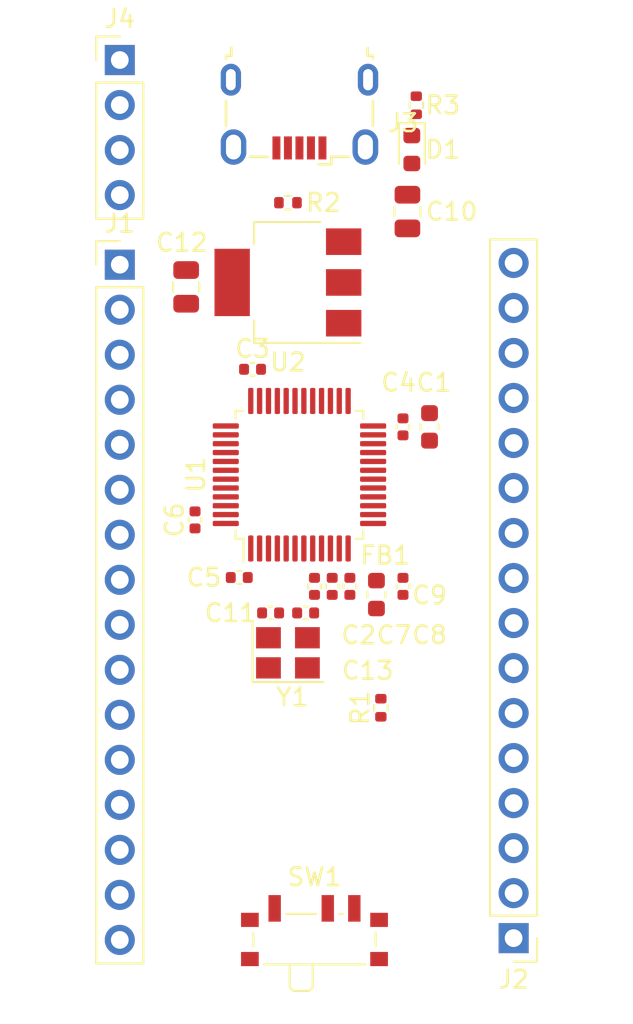
<source format=kicad_pcb>
(kicad_pcb (version 20211014) (generator pcbnew)
  (layers (0 "F.Cu" signal) (31 "B.Cu" power) (34 "B.Paste" user) (35 "F.Paste" user) (36 "B.SilkS" user "B.Silkscreen") (37 "F.SilkS" user "F.Silkscreen") (38 "B.Mask" user) (39 "F.Mask" user) (44 "Edge.Cuts" user))
  (net 0 "")
  (net 1 "+3.3V")
  (net 2 "GND")
  (net 3 "/NRST")
  (net 4 "+3.3VA")
  (net 5 "VBUS")
  (net 6 "XCO_IN")
  (net 7 "XCO_OUT")
  (net 8 "/PWR_LED_CATHODE")
  (net 10 "Net-(J1-Pad2)")
  (net 11 "Net-(J1-Pad3)")
  (net 12 "Net-(J1-Pad4)")
  (net 13 "Net-(J1-Pad5)")
  (net 14 "Net-(J1-Pad6)")
  (net 15 "Net-(J1-Pad7)")
  (net 16 "Net-(J1-Pad8)")
  (net 17 "Net-(J1-Pad9)")
  (net 18 "Net-(J1-Pad10)")
  (net 19 "Net-(J1-Pad11)")
  (net 20 "Net-(J1-Pad12)")
  (net 21 "Net-(J1-Pad13)")
  (net 22 "Net-(J1-Pad14)")
  (net 23 "Net-(J1-Pad15)")
  (net 24 "Net-(J1-Pad16)")
  (net 25 "Net-(J2-Pad1)")
  (net 26 "Net-(J2-Pad2)")
  (net 27 "Net-(J2-Pad3)")
  (net 28 "Net-(J2-Pad4)")
  (net 29 "Net-(J2-Pad5)")
  (net 30 "Net-(J2-Pad6)")
  (net 31 "Net-(J2-Pad7)")
  (net 32 "Net-(J2-Pad8)")
  (net 33 "Net-(J2-Pad9)")
  (net 34 "Net-(J2-Pad10)")
  (net 35 "Net-(J2-Pad11)")
  (net 36 "Net-(J2-Pad12)")
  (net 37 "Net-(J2-Pad13)")
  (net 38 "Net-(J2-Pad14)")
  (net 39 "Net-(J2-Pad15)")
  (net 40 "Net-(J2-Pad16)")
  (net 41 "USB_D-")
  (net 42 "USB_D+")
  (net 45 "SWDIO")
  (net 46 "SWCLK")
  (net 47 "/SW_BOOT0")
  (net 48 "/BOOT0")
  (footprint "Capacitor_SMD:C_0603_1608Metric" (layer "F.Cu") (at 159.75 68.65 -90)
    (fp_text reference "C1" (at -2.5 -0.25 180) (layer "F.SilkS"))
    (fp_text value "10u")
    (fp_line (start -0.14058 0.51) (end 0.14058 0.51) (layer "F.SilkS") (width 0.12))
    (fp_line (start -0.14058 -0.51) (end 0.14058 -0.51) (layer "F.SilkS") (width 0.12))
    (pad "1" smd roundrect (at -0.775 0 270) (size 0.9 0.95) (layers "F.Cu" "F.Paste" "F.Mask") (net 1 "+3.3V"))
    (pad "2" smd roundrect (at 0.775 0 270) (size 0.9 0.95) (layers "F.Cu" "F.Paste" "F.Mask") (net 2 "GND"))
  )
  (footprint "Capacitor_SMD:C_0402_1005Metric" (layer "F.Cu") (at 153.25 77.65 -90)
    (fp_text reference "C2" (at 2.75 -2.5 180) (layer "F.SilkS"))
    (fp_text value "100n")
    (fp_line (start -0.107836 0.36) (end 0.107836 0.36) (layer "F.SilkS") (width 0.12))
    (fp_line (start -0.107836 -0.36) (end 0.107836 -0.36) (layer "F.SilkS") (width 0.12))
    (pad "1" smd roundrect (at -0.48 0 270) (size 0.56 0.62) (layers "F.Cu" "F.Paste" "F.Mask") (net 3 "/NRST"))
    (pad "2" smd roundrect (at 0.48 0 270) (size 0.56 0.62) (layers "F.Cu" "F.Paste" "F.Mask") (net 2 "GND"))
  )
  (footprint "Package_TO_SOT_SMD:SOT-223-3_TabPin2" (layer "F.Cu") (at 151.75 60.5 180)
    (fp_text reference "U2" (at 0 -4.5) (layer "F.SilkS"))
    (fp_text value "AMS1117-3.3")
    (fp_line (start 1.91 3.41) (end 1.91 2.15) (layer "F.SilkS") (width 0.12))
    (fp_line (start -1.85 3.41) (end 1.91 3.41) (layer "F.SilkS") (width 0.12))
    (fp_line (start 1.91 -3.41) (end 1.91 -2.15) (layer "F.SilkS") (width 0.12))
    (fp_line (start -4.1 -3.41) (end 1.91 -3.41) (layer "F.SilkS") (width 0.12))
    (pad "1" smd rect (at -3.15 -2.3 180) (size 2 1.5) (layers "F.Cu" "F.Paste" "F.Mask") (net 2 "GND"))
    (pad "2" smd rect (at -3.15 0 180) (size 2 1.5) (layers "F.Cu" "F.Paste" "F.Mask") (net 1 "+3.3V"))
    (pad "2" smd rect (at 3.15 0 180) (size 2 3.8) (layers "F.Cu" "F.Paste" "F.Mask") (net 1 "+3.3V"))
    (pad "3" smd rect (at -3.15 2.3 180) (size 2 1.5) (layers "F.Cu" "F.Paste" "F.Mask") (net 5 "VBUS"))
  )
  (footprint "Resistor_SMD:R_0402_1005Metric" (layer "F.Cu") (at 157 84.5 90)
    (fp_text reference "R1" (at 0 -1.17 90) (layer "F.SilkS"))
    (fp_text value "10k")
    (fp_line (start -0.153641 0.38) (end 0.153641 0.38) (layer "F.SilkS") (width 0.12))
    (fp_line (start -0.153641 -0.38) (end 0.153641 -0.38) (layer "F.SilkS") (width 0.12))
    (pad "1" smd roundrect (at -0.51 0 90) (size 0.54 0.64) (layers "F.Cu" "F.Paste" "F.Mask") (net 47 "/SW_BOOT0"))
    (pad "2" smd roundrect (at 0.51 0 90) (size 0.54 0.64) (layers "F.Cu" "F.Paste" "F.Mask") (net 48 "/BOOT0"))
  )
  (footprint "Crystal:Crystal_SMD_3225-4Pin_3.2x2.5mm" (layer "F.Cu") (at 151.75 81.4)
    (fp_text reference "Y1" (at 0.25 2.5) (layer "F.SilkS"))
    (fp_text value "16MHz")
    (fp_line (start -2 -1.65) (end -2 1.65) (layer "F.SilkS") (width 0.12))
    (fp_line (start -2 1.65) (end 2 1.65) (layer "F.SilkS") (width 0.12))
    (pad "1" smd rect (at -1.1 0.85) (size 1.4 1.2) (layers "F.Cu" "F.Paste" "F.Mask") (net 6 "XCO_IN"))
    (pad "2" smd rect (at 1.1 0.85) (size 1.4 1.2) (layers "F.Cu" "F.Paste" "F.Mask") (net 2 "GND"))
    (pad "3" smd rect (at 1.1 -0.85) (size 1.4 1.2) (layers "F.Cu" "F.Paste" "F.Mask") (net 7 "XCO_OUT"))
    (pad "4" smd rect (at -1.1 -0.85) (size 1.4 1.2) (layers "F.Cu" "F.Paste" "F.Mask") (net 2 "GND"))
  )
  (footprint "Capacitor_SMD:C_0805_2012Metric" (layer "F.Cu") (at 146 60.75 -90)
    (fp_text reference "C12" (at -2.5 0.25 180) (layer "F.SilkS"))
    (fp_text value "22u")
    (fp_line (start -0.261252 0.735) (end 0.261252 0.735) (layer "F.SilkS") (width 0.12))
    (fp_line (start -0.261252 -0.735) (end 0.261252 -0.735) (layer "F.SilkS") (width 0.12))
    (pad "1" smd roundrect (at -0.95 0 270) (size 1 1.45) (layers "F.Cu" "F.Paste" "F.Mask") (net 1 "+3.3V"))
    (pad "2" smd roundrect (at 0.95 0 270) (size 1 1.45) (layers "F.Cu" "F.Paste" "F.Mask") (net 2 "GND"))
  )
  (footprint "Capacitor_SMD:C_0402_1005Metric" (layer "F.Cu") (at 146.5 73.9 90)
    (fp_text reference "C6" (at 0 -1.16 90) (layer "F.SilkS"))
    (fp_text value "100n")
    (fp_line (start -0.107836 0.36) (end 0.107836 0.36) (layer "F.SilkS") (width 0.12))
    (fp_line (start -0.107836 -0.36) (end 0.107836 -0.36) (layer "F.SilkS") (width 0.12))
    (pad "1" smd roundrect (at -0.48 0 90) (size 0.56 0.62) (layers "F.Cu" "F.Paste" "F.Mask") (net 1 "+3.3V"))
    (pad "2" smd roundrect (at 0.48 0 90) (size 0.56 0.62) (layers "F.Cu" "F.Paste" "F.Mask") (net 2 "GND"))
  )
  (footprint "Resistor_SMD:R_0402_1005Metric" (layer "F.Cu") (at 151.75 56)
    (fp_text reference "R2" (at 2 0) (layer "F.SilkS"))
    (fp_text value "1k5")
    (fp_line (start -0.153641 0.38) (end 0.153641 0.38) (layer "F.SilkS") (width 0.12))
    (fp_line (start -0.153641 -0.38) (end 0.153641 -0.38) (layer "F.SilkS") (width 0.12))
    (pad "1" smd roundrect (at -0.51 0) (size 0.54 0.64) (layers "F.Cu" "F.Paste" "F.Mask") (net 1 "+3.3V"))
    (pad "2" smd roundrect (at 0.51 0) (size 0.54 0.64) (layers "F.Cu" "F.Paste" "F.Mask") (net 42 "USB_D+"))
  )
  (footprint "Connector_USB:USB_Micro-B_Wuerth_629105150521" (layer "F.Cu") (at 152.4 51.01 180)
    (fp_text reference "J3" (at -5.85 -0.49) (layer "F.SilkS"))
    (fp_text value "USB_B_Micro")
    (fp_line (start -1.8 -2.825) (end -1.8 -2.4) (layer "F.SilkS") (width 0.15))
    (fp_line (start -1.8 -2.4) (end -2.8 -2.4) (layer "F.SilkS") (width 0.15))
    (fp_line (start 4.15 3.3) (end 4.15 3.15) (layer "F.SilkS") (width 0.15))
    (fp_line (start -4.15 -0.65) (end -4.15 0.75) (layer "F.SilkS") (width 0.15))
    (fp_line (start 1.8 -2.4) (end 2.8 -2.4) (layer "F.SilkS") (width 0.15))
    (fp_line (start 3.85 3.75) (end 3.85 3.3) (layer "F.SilkS") (width 0.15))
    (fp_line (start -4.15 3.15) (end -4.15 3.3) (layer "F.SilkS") (width 0.15))
    (fp_line (start 4.15 0.75) (end 4.15 -0.65) (layer "F.SilkS") (width 0.15))
    (fp_line (start -1.075 -2.825) (end -1.8 -2.825) (layer "F.SilkS") (width 0.15))
    (fp_line (start -3.85 3.3) (end -3.85 3.75) (layer "F.SilkS") (width 0.15))
    (fp_line (start -4.15 3.3) (end -3.85 3.3) (layer "F.SilkS") (width 0.15))
    (fp_line (start 3.85 3.3) (end 4.15 3.3) (layer "F.SilkS") (width 0.15))
    (pad "" np_thru_hole oval (at -2.5 -0.8 180) (size 0.8 0.8) (drill 0.8) (layers *.Cu *.Mask))
    (pad "" np_thru_hole oval (at 2.5 -0.8 180) (size 0.8 0.8) (drill 0.8) (layers *.Cu *.Mask))
    (pad "1" smd rect (at -1.3 -1.9 180) (size 0.45 1.3) (layers "F.Cu" "F.Paste" "F.Mask") (net 5 "VBUS"))
    (pad "2" smd rect (at -0.65 -1.9 180) (size 0.45 1.3) (layers "F.Cu" "F.Paste" "F.Mask") (net 41 "USB_D-"))
    (pad "3" smd rect (at 0 -1.9 180) (size 0.45 1.3) (layers "F.Cu" "F.Paste" "F.Mask") (net 42 "USB_D+"))
    (pad "4" smd rect (at 0.65 -1.9 180) (size 0.45 1.3) (layers "F.Cu" "F.Paste" "F.Mask"))
    (pad "5" smd rect (at 1.3 -1.9 180) (size 0.45 1.3) (layers "F.Cu" "F.Paste" "F.Mask") (net 2 "GND"))
    (pad "6" thru_hole oval (at 3.725 -1.85 180) (size 1.45 2) (drill oval 0.85 1.4) (layers *.Cu *.Mask))
    (pad "6" thru_hole oval (at 3.875 1.95 180) (size 1.15 1.8) (drill oval 0.55 1.2) (layers *.Cu *.Mask))
    (pad "6" thru_hole oval (at -3.725 -1.85 180) (size 1.45 2) (drill oval 0.85 1.4) (layers *.Cu *.Mask))
    (pad "6" thru_hole oval (at -3.875 1.95 180) (size 1.15 1.8) (drill oval 0.55 1.2) (layers *.Cu *.Mask))
  )
  (footprint "Capacitor_SMD:C_0402_1005Metric" (layer "F.Cu") (at 149.75 65.4)
    (fp_text reference "C3" (at 0 -1.16) (layer "F.SilkS"))
    (fp_text value "100n")
    (fp_line (start -0.107836 -0.36) (end 0.107836 -0.36) (layer "F.SilkS") (width 0.12))
    (fp_line (start -0.107836 0.36) (end 0.107836 0.36) (layer "F.SilkS") (width 0.12))
    (pad "1" smd roundrect (at -0.48 0) (size 0.56 0.62) (layers "F.Cu" "F.Paste" "F.Mask") (net 1 "+3.3V"))
    (pad "2" smd roundrect (at 0.48 0) (size 0.56 0.62) (layers "F.Cu" "F.Paste" "F.Mask") (net 2 "GND"))
  )
  (footprint "Capacitor_SMD:C_0402_1005Metric" (layer "F.Cu") (at 152.75 79.15)
    (fp_text reference "C13" (at 3.5 3.25) (layer "F.SilkS"))
    (fp_text value "10p")
    (fp_line (start -0.107836 0.36) (end 0.107836 0.36) (layer "F.SilkS") (width 0.12))
    (fp_line (start -0.107836 -0.36) (end 0.107836 -0.36) (layer "F.SilkS") (width 0.12))
    (pad "1" smd roundrect (at -0.48 0) (size 0.56 0.62) (layers "F.Cu" "F.Paste" "F.Mask") (net 7 "XCO_OUT"))
    (pad "2" smd roundrect (at 0.48 0) (size 0.56 0.62) (layers "F.Cu" "F.Paste" "F.Mask") (net 2 "GND"))
  )
  (footprint "Connector_PinHeader_2.54mm:PinHeader_1x16_P2.54mm_Vertical" (layer "F.Cu") (at 142.25 59.5)
    (fp_text reference "J1" (at 0 -2.33) (layer "F.SilkS"))
    (fp_text value "Conn_01x16_Male")
    (fp_line (start -1.33 39.43) (end 1.33 39.43) (layer "F.SilkS") (width 0.12))
    (fp_line (start -1.33 -1.33) (end 0 -1.33) (layer "F.SilkS") (width 0.12))
    (fp_line (start -1.33 0) (end -1.33 -1.33) (layer "F.SilkS") (width 0.12))
    (fp_line (start -1.33 1.27) (end 1.33 1.27) (layer "F.SilkS") (width 0.12))
    (fp_line (start 1.33 1.27) (end 1.33 39.43) (layer "F.SilkS") (width 0.12))
    (fp_line (start -1.33 1.27) (end -1.33 39.43) (layer "F.SilkS") (width 0.12))
    (pad "1" thru_hole rect (at 0 0) (size 1.7 1.7) (drill 1) (layers *.Cu *.Mask))
    (pad "2" thru_hole oval (at 0 2.54) (size 1.7 1.7) (drill 1) (layers *.Cu *.Mask) (net 10 "Net-(J1-Pad2)"))
    (pad "3" thru_hole oval (at 0 5.08) (size 1.7 1.7) (drill 1) (layers *.Cu *.Mask) (net 11 "Net-(J1-Pad3)"))
    (pad "4" thru_hole oval (at 0 7.62) (size 1.7 1.7) (drill 1) (layers *.Cu *.Mask) (net 12 "Net-(J1-Pad4)"))
    (pad "5" thru_hole oval (at 0 10.16) (size 1.7 1.7) (drill 1) (layers *.Cu *.Mask) (net 13 "Net-(J1-Pad5)"))
    (pad "6" thru_hole oval (at 0 12.7) (size 1.7 1.7) (drill 1) (layers *.Cu *.Mask) (net 14 "Net-(J1-Pad6)"))
    (pad "7" thru_hole oval (at 0 15.24) (size 1.7 1.7) (drill 1) (layers *.Cu *.Mask) (net 15 "Net-(J1-Pad7)"))
    (pad "8" thru_hole oval (at 0 17.78) (size 1.7 1.7) (drill 1) (layers *.Cu *.Mask) (net 16 "Net-(J1-Pad8)"))
    (pad "9" thru_hole oval (at 0 20.32) (size 1.7 1.7) (drill 1) (layers *.Cu *.Mask) (net 17 "Net-(J1-Pad9)"))
    (pad "10" thru_hole oval (at 0 22.86) (size 1.7 1.7) (drill 1) (layers *.Cu *.Mask) (net 18 "Net-(J1-Pad10)"))
    (pad "11" thru_hole oval (at 0 25.4) (size 1.7 1.7) (drill 1) (layers *.Cu *.Mask) (net 19 "Net-(J1-Pad11)"))
    (pad "12" thru_hole oval (at 0 27.94) (size 1.7 1.7) (drill 1) (layers *.Cu *.Mask) (net 20 "Net-(J1-Pad12)"))
    (pad "13" thru_hole oval (at 0 30.48) (size 1.7 1.7) (drill 1) (layers *.Cu *.Mask) (net 21 "Net-(J1-Pad13)"))
    (pad "14" thru_hole oval (at 0 33.02) (size 1.7 1.7) (drill 1) (layers *.Cu *.Mask) (net 22 "Net-(J1-Pad14)"))
    (pad "15" thru_hole oval (at 0 35.56) (size 1.7 1.7) (drill 1) (layers *.Cu *.Mask) (net 23 "Net-(J1-Pad15)"))
    (pad "16" thru_hole oval (at 0 38.1) (size 1.7 1.7) (drill 1) (layers *.Cu *.Mask) (net 24 "Net-(J1-Pad16)"))
  )
  (footprint "LED_SMD:LED_0603_1608Metric" (layer "F.Cu") (at 158.75 53 -90)
    (fp_text reference "D1" (at 0 -1.75 180) (layer "F.SilkS"))
    (fp_text value "LED")
    (fp_line (start -1.485 -0.735) (end -1.485 0.735) (layer "F.SilkS") (width 0.12))
    (fp_line (start 0.8 -0.735) (end -1.485 -0.735) (layer "F.SilkS") (width 0.12))
    (fp_line (start -1.485 0.735) (end 0.8 0.735) (layer "F.SilkS") (width 0.12))
    (pad "1" smd roundrect (at -0.7875 0 270) (size 0.875 0.95) (layers "F.Cu" "F.Paste" "F.Mask") (net 8 "/PWR_LED_CATHODE"))
    (pad "2" smd roundrect (at 0.7875 0 270) (size 0.875 0.95) (layers "F.Cu" "F.Paste" "F.Mask") (net 1 "+3.3V"))
  )
  (footprint "Capacitor_SMD:C_0805_2012Metric" (layer "F.Cu") (at 158.5 56.5 -90)
    (fp_text reference "C10" (at 0 -2.5) (layer "F.SilkS"))
    (fp_text value "22u")
    (fp_line (start -0.261252 0.735) (end 0.261252 0.735) (layer "F.SilkS") (width 0.12))
    (fp_line (start -0.261252 -0.735) (end 0.261252 -0.735) (layer "F.SilkS") (width 0.12))
    (pad "1" smd roundrect (at -0.95 0 270) (size 1 1.45) (layers "F.Cu" "F.Paste" "F.Mask") (net 5 "VBUS"))
    (pad "2" smd roundrect (at 0.95 0 270) (size 1 1.45) (layers "F.Cu" "F.Paste" "F.Mask") (net 2 "GND"))
  )
  (footprint "Capacitor_SMD:C_0402_1005Metric" (layer "F.Cu") (at 158.25 68.65 -90)
    (fp_text reference "C4" (at -2.5 0.25 180) (layer "F.SilkS"))
    (fp_text value "100n")
    (fp_line (start -0.107836 -0.36) (end 0.107836 -0.36) (layer "F.SilkS") (width 0.12))
    (fp_line (start -0.107836 0.36) (end 0.107836 0.36) (layer "F.SilkS") (width 0.12))
    (pad "1" smd roundrect (at -0.48 0 270) (size 0.56 0.62) (layers "F.Cu" "F.Paste" "F.Mask") (net 1 "+3.3V"))
    (pad "2" smd roundrect (at 0.48 0 270) (size 0.56 0.62) (layers "F.Cu" "F.Paste" "F.Mask") (net 2 "GND"))
  )
  (footprint "Inductor_SMD:L_0603_1608Metric" (layer "F.Cu") (at 156.75 78.1125 -90)
    (fp_text reference "FB1" (at -2.2125 -0.5 180) (layer "F.SilkS"))
    (fp_text value "FerriteBead")
    (fp_line (start -0.162779 -0.51) (end 0.162779 -0.51) (layer "F.SilkS") (width 0.12))
    (fp_line (start -0.162779 0.51) (end 0.162779 0.51) (layer "F.SilkS") (width 0.12))
    (pad "1" smd roundrect (at -0.7875 0 270) (size 0.875 0.95) (layers "F.Cu" "F.Paste" "F.Mask") (net 4 "+3.3VA"))
    (pad "2" smd roundrect (at 0.7875 0 270) (size 0.875 0.95) (layers "F.Cu" "F.Paste" "F.Mask") (net 1 "+3.3V"))
  )
  (footprint "Resistor_SMD:R_0402_1005Metric" (layer "F.Cu") (at 159 50.5 -90)
    (fp_text reference "R3" (at 0 -1.5 180) (layer "F.SilkS"))
    (fp_text value "1k5")
    (fp_line (start -0.153641 -0.38) (end 0.153641 -0.38) (layer "F.SilkS") (width 0.12))
    (fp_line (start -0.153641 0.38) (end 0.153641 0.38) (layer "F.SilkS") (width 0.12))
    (pad "1" smd roundrect (at -0.51 0 270) (size 0.54 0.64) (layers "F.Cu" "F.Paste" "F.Mask") (net 2 "GND"))
    (pad "2" smd roundrect (at 0.51 0 270) (size 0.54 0.64) (layers "F.Cu" "F.Paste" "F.Mask") (net 8 "/PWR_LED_CATHODE"))
  )
  (footprint "Capacitor_SMD:C_0402_1005Metric" (layer "F.Cu") (at 158.25 77.65 90)
    (fp_text reference "C9" (at -0.5 1.5 180) (layer "F.SilkS"))
    (fp_text value "1u")
    (fp_line (start -0.107836 0.36) (end 0.107836 0.36) (layer "F.SilkS") (width 0.12))
    (fp_line (start -0.107836 -0.36) (end 0.107836 -0.36) (layer "F.SilkS") (width 0.12))
    (pad "1" smd roundrect (at -0.48 0 90) (size 0.56 0.62) (layers "F.Cu" "F.Paste" "F.Mask") (net 1 "+3.3V"))
    (pad "2" smd roundrect (at 0.48 0 90) (size 0.56 0.62) (layers "F.Cu" "F.Paste" "F.Mask") (net 2 "GND"))
  )
  (footprint "Connector_PinHeader_2.54mm:PinHeader_1x16_P2.54mm_Vertical" (layer "F.Cu") (at 164.5 97.5 180)
    (fp_text reference "J2" (at 0 -2.33) (layer "F.SilkS"))
    (fp_text value "Conn_01x16_Male")
    (fp_line (start -1.33 -1.33) (end 0 -1.33) (layer "F.SilkS") (width 0.12))
    (fp_line (start -1.33 39.43) (end 1.33 39.43) (layer "F.SilkS") (width 0.12))
    (fp_line (start -1.33 1.27) (end 1.33 1.27) (layer "F.SilkS") (width 0.12))
    (fp_line (start -1.33 0) (end -1.33 -1.33) (layer "F.SilkS") (width 0.12))
    (fp_line (start 1.33 1.27) (end 1.33 39.43) (layer "F.SilkS") (width 0.12))
    (fp_line (start -1.33 1.27) (end -1.33 39.43) (layer "F.SilkS") (width 0.12))
    (pad "1" thru_hole rect (at 0 0 180) (size 1.7 1.7) (drill 1) (layers *.Cu *.Mask) (net 25 "Net-(J2-Pad1)"))
    (pad "2" thru_hole oval (at 0 2.54 180) (size 1.7 1.7) (drill 1) (layers *.Cu *.Mask) (net 26 "Net-(J2-Pad2)"))
    (pad "3" thru_hole oval (at 0 5.08 180) (size 1.7 1.7) (drill 1) (layers *.Cu *.Mask) (net 27 "Net-(J2-Pad3)"))
    (pad "4" thru_hole oval (at 0 7.62 180) (size 1.7 1.7) (drill 1) (layers *.Cu *.Mask) (net 28 "Net-(J2-Pad4)"))
    (pad "5" thru_hole oval (at 0 10.16 180) (size 1.7 1.7) (drill 1) (layers *.Cu *.Mask) (net 29 "Net-(J2-Pad5)"))
    (pad "6" thru_hole oval (at 0 12.7 180) (size 1.7 1.7) (drill 1) (layers *.Cu *.Mask) (net 30 "Net-(J2-Pad6)"))
    (pad "7" thru_hole oval (at 0 15.24 180) (size 1.7 1.7) (drill 1) (layers *.Cu *.Mask) (net 31 "Net-(J2-Pad7)"))
    (pad "8" thru_hole oval (at 0 17.78 180) (size 1.7 1.7) (drill 1) (layers *.Cu *.Mask) (net 32 "Net-(J2-Pad8)"))
    (pad "9" thru_hole oval (at 0 20.32 180) (size 1.7 1.7) (drill 1) (layers *.Cu *.Mask) (net 33 "Net-(J2-Pad9)"))
    (pad "10" thru_hole oval (at 0 22.86 180) (size 1.7 1.7) (drill 1) (layers *.Cu *.Mask) (net 34 "Net-(J2-Pad10)"))
    (pad "11" thru_hole oval (at 0 25.4 180) (size 1.7 1.7) (drill 1) (layers *.Cu *.Mask) (net 35 "Net-(J2-Pad11)"))
    (pad "12" thru_hole oval (at 0 27.94 180) (size 1.7 1.7) (drill 1) (layers *.Cu *.Mask) (net 36 "Net-(J2-Pad12)"))
    (pad "13" thru_hole oval (at 0 30.48 180) (size 1.7 1.7) (drill 1) (layers *.Cu *.Mask) (net 37 "Net-(J2-Pad13)"))
    (pad "14" thru_hole oval (at 0 33.02 180) (size 1.7 1.7) (drill 1) (layers *.Cu *.Mask) (net 38 "Net-(J2-Pad14)"))
    (pad "15" thru_hole oval (at 0 35.56 180) (size 1.7 1.7) (drill 1) (layers *.Cu *.Mask) (net 39 "Net-(J2-Pad15)"))
    (pad "16" thru_hole oval (at 0 38.1 180) (size 1.7 1.7) (drill 1) (layers *.Cu *.Mask) (net 40 "Net-(J2-Pad16)"))
  )
  (footprint "Capacitor_SMD:C_0402_1005Metric" (layer "F.Cu") (at 155.25 77.65 -90)
    (fp_text reference "C8" (at 2.75 -4.5 180) (layer "F.SilkS"))
    (fp_text value "1u")
    (fp_line (start -0.107836 0.36) (end 0.107836 0.36) (layer "F.SilkS") (width 0.12))
    (fp_line (start -0.107836 -0.36) (end 0.107836 -0.36) (layer "F.SilkS") (width 0.12))
    (pad "1" smd roundrect (at -0.48 0 270) (size 0.56 0.62) (layers "F.Cu" "F.Paste" "F.Mask") (net 4 "+3.3VA"))
    (pad "2" smd roundrect (at 0.48 0 270) (size 0.56 0.62) (layers "F.Cu" "F.Paste" "F.Mask") (net 2 "GND"))
  )
  (footprint "Button_Switch_SMD:SW_SPDT_PCM12" (layer "F.Cu") (at 153.25 97.25)
    (fp_text reference "SW1" (at 0 -3.2) (layer "F.SilkS"))
    (fp_text value "SW_SPDT")
    (fp_line (start 1.4 -1.12) (end 1.6 -1.12) (layer "F.SilkS") (width 0.12))
    (fp_line (start 3.45 0.72) (end 3.45 -0.07) (layer "F.SilkS") (width 0.12))
    (fp_line (start -1.4 1.73) (end -1.4 3.02) (layer "F.SilkS") (width 0.12))
    (fp_line (start -1.4 3.02) (end -1.2 3.23) (layer "F.SilkS") (width 0.12))
    (fp_line (start -2.85 1.73) (end 2.85 1.73) (layer "F.SilkS") (width 0.12))
    (fp_line (start -1.2 3.23) (end -0.3 3.23) (layer "F.SilkS") (width 0.12))
    (fp_line (start -3.45 -0.07) (end -3.45 0.72) (layer "F.SilkS") (width 0.12))
    (fp_line (start -1.6 -1.12) (end 0.1 -1.12) (layer "F.SilkS") (width 0.12))
    (fp_line (start -0.1 3.02) (end -0.3 3.23) (layer "F.SilkS") (width 0.12))
    (fp_line (start -0.1 3.02) (end -0.1 1.73) (layer "F.SilkS") (width 0.12))
    (pad "" smd rect (at 3.65 1.43) (size 1 0.8) (layers "F.Cu" "F.Paste" "F.Mask"))
    (pad "" smd rect (at -3.65 1.43) (size 1 0.8) (layers "F.Cu" "F.Paste" "F.Mask"))
    (pad "" np_thru_hole circle (at 1.5 0.33) (size 0.9 0.9) (drill 0.9) (layers *.Cu *.Mask))
    (pad "" np_thru_hole circle (at -1.5 0.33) (size 0.9 0.9) (drill 0.9) (layers *.Cu *.Mask))
    (pad "" smd rect (at 3.65 -0.78) (size 1 0.8) (layers "F.Cu" "F.Paste" "F.Mask"))
    (pad "" smd rect (at -3.65 -0.78) (size 1 0.8) (layers "F.Cu" "F.Paste" "F.Mask"))
    (pad "1" smd rect (at -2.25 -1.43) (size 0.7 1.5) (layers "F.Cu" "F.Paste" "F.Mask") (net 2 "GND"))
    (pad "2" smd rect (at 0.75 -1.43) (size 0.7 1.5) (layers "F.Cu" "F.Paste" "F.Mask") (net 47 "/SW_BOOT0"))
    (pad "3" smd rect (at 2.25 -1.43) (size 0.7 1.5) (layers "F.Cu" "F.Paste" "F.Mask") (net 1 "+3.3V"))
  )
  (footprint "Capacitor_SMD:C_0402_1005Metric" (layer "F.Cu") (at 149 77.15 180)
    (fp_text reference "C5" (at 2 0) (layer "F.SilkS"))
    (fp_text value "100n")
    (fp_line (start -0.107836 -0.36) (end 0.107836 -0.36) (layer "F.SilkS") (width 0.12))
    (fp_line (start -0.107836 0.36) (end 0.107836 0.36) (layer "F.SilkS") (width 0.12))
    (pad "1" smd roundrect (at -0.48 0 180) (size 0.56 0.62) (layers "F.Cu" "F.Paste" "F.Mask") (net 1 "+3.3V"))
    (pad "2" smd roundrect (at 0.48 0 180) (size 0.56 0.62) (layers "F.Cu" "F.Paste" "F.Mask") (net 2 "GND"))
  )
  (footprint "Connector_PinHeader_2.54mm:PinHeader_1x04_P2.54mm_Vertical" (layer "F.Cu") (at 142.25 47.95)
    (fp_text reference "J4" (at 0 -2.33) (layer "F.SilkS"))
    (fp_text value "Conn_01x04_Male")
    (fp_line (start -1.33 0) (end -1.33 -1.33) (layer "F.SilkS") (width 0.12))
    (fp_line (start -1.33 1.27) (end -1.33 8.95) (layer "F.SilkS") (width 0.12))
    (fp_line (start -1.33 -1.33) (end 0 -1.33) (layer "F.SilkS") (width 0.12))
    (fp_line (start -1.33 8.95) (end 1.33 8.95) (layer "F.SilkS") (width 0.12))
    (fp_line (start 1.33 1.27) (end 1.33 8.95) (layer "F.SilkS") (width 0.12))
    (fp_line (start -1.33 1.27) (end 1.33 1.27) (layer "F.SilkS") (width 0.12))
    (pad "1" thru_hole rect (at 0 0) (size 1.7 1.7) (drill 1) (layers *.Cu *.Mask) (net 1 "+3.3V"))
    (pad "2" thru_hole oval (at 0 2.54) (size 1.7 1.7) (drill 1) (layers *.Cu *.Mask) (net 45 "SWDIO"))
    (pad "3" thru_hole oval (at 0 5.08) (size 1.7 1.7) (drill 1) (layers *.Cu *.Mask) (net 46 "SWCLK"))
    (pad "4" thru_hole oval (at 0 7.62) (size 1.7 1.7) (drill 1) (layers *.Cu *.Mask) (net 2 "GND"))
  )
  (footprint "Capacitor_SMD:C_0402_1005Metric" (layer "F.Cu") (at 150.77 79.15 180)
    (fp_text reference "C11" (at 2.27 0) (layer "F.SilkS"))
    (fp_text value "10p")
    (fp_line (start -0.107836 -0.36) (end 0.107836 -0.36) (layer "F.SilkS") (width 0.12))
    (fp_line (start -0.107836 0.36) (end 0.107836 0.36) (layer "F.SilkS") (width 0.12))
    (pad "1" smd roundrect (at -0.48 0 180) (size 0.56 0.62) (layers "F.Cu" "F.Paste" "F.Mask") (net 6 "XCO_IN"))
    (pad "2" smd roundrect (at 0.48 0 180) (size 0.56 0.62) (layers "F.Cu" "F.Paste" "F.Mask") (net 2 "GND"))
  )
  (footprint "Capacitor_SMD:C_0402_1005Metric" (layer "F.Cu") (at 154.25 77.65 -90)
    (fp_text reference "C7" (at 2.75 -3.5 180) (layer "F.SilkS"))
    (fp_text value "10n")
    (fp_line (start -0.107836 0.36) (end 0.107836 0.36) (layer "F.SilkS") (width 0.12))
    (fp_line (start -0.107836 -0.36) (end 0.107836 -0.36) (layer "F.SilkS") (width 0.12))
    (pad "1" smd roundrect (at -0.48 0 270) (size 0.56 0.62) (layers "F.Cu" "F.Paste" "F.Mask") (net 4 "+3.3VA"))
    (pad "2" smd roundrect (at 0.48 0 270) (size 0.56 0.62) (layers "F.Cu" "F.Paste" "F.Mask") (net 2 "GND"))
  )
  (footprint "Package_QFP:LQFP-48_7x7mm_P0.5mm" (layer "F.Cu") (at 152.4 71.35 90)
    (fp_text reference "U1" (at 0 -5.85 90) (layer "F.SilkS"))
    (fp_text value "STM32F103CBT6")
    (fp_line (start 3.61 -3.61) (end 3.61 -3.16) (layer "F.SilkS") (width 0.12))
    (fp_line (start 3.61 3.61) (end 3.61 3.16) (layer "F.SilkS") (width 0.12))
    (fp_line (start -3.16 3.61) (end -3.61 3.61) (layer "F.SilkS") (width 0.12))
    (fp_line (start -3.61 -3.16) (end -4.9 -3.16) (layer "F.SilkS") (width 0.12))
    (fp_line (start -3.61 -3.61) (end -3.61 -3.16) (layer "F.SilkS") (width 0.12))
    (fp_line (start -3.16 -3.61) (end -3.61 -3.61) (layer "F.SilkS") (width 0.12))
    (fp_line (start 3.16 3.61) (end 3.61 3.61) (layer "F.SilkS") (width 0.12))
    (fp_line (start -3.61 3.61) (end -3.61 3.16) (layer "F.SilkS") (width 0.12))
    (fp_line (start 3.16 -3.61) (end 3.61 -3.61) (layer "F.SilkS") (width 0.12))
    (pad "1" smd roundrect (at -4.1625 -2.75 90) (size 1.475 0.3) (layers "F.Cu" "F.Paste" "F.Mask") (net 1 "+3.3V"))
    (pad "2" smd roundrect (at -4.1625 -2.25 90) (size 1.475 0.3) (layers "F.Cu" "F.Paste" "F.Mask") (net 10 "Net-(J1-Pad2)"))
    (pad "3" smd roundrect (at -4.1625 -1.75 90) (size 1.475 0.3) (layers "F.Cu" "F.Paste" "F.Mask") (net 11 "Net-(J1-Pad3)"))
    (pad "4" smd roundrect (at -4.1625 -1.25 90) (size 1.475 0.3) (layers "F.Cu" "F.Paste" "F.Mask") (net 12 "Net-(J1-Pad4)"))
    (pad "5" smd roundrect (at -4.1625 -0.75 90) (size 1.475 0.3) (layers "F.Cu" "F.Paste" "F.Mask") (net 6 "XCO_IN"))
    (pad "6" smd roundrect (at -4.1625 -0.25 90) (size 1.475 0.3) (layers "F.Cu" "F.Paste" "F.Mask") (net 7 "XCO_OUT"))
    (pad "7" smd roundrect (at -4.1625 0.25 90) (size 1.475 0.3) (layers "F.Cu" "F.Paste" "F.Mask") (net 3 "/NRST"))
    (pad "8" smd roundrect (at -4.1625 0.75 90) (size 1.475 0.3) (layers "F.Cu" "F.Paste" "F.Mask") (net 2 "GND"))
    (pad "9" smd roundrect (at -4.1625 1.25 90) (size 1.475 0.3) (layers "F.Cu" "F.Paste" "F.Mask") (net 4 "+3.3VA"))
    (pad "10" smd roundrect (at -4.1625 1.75 90) (size 1.475 0.3) (layers "F.Cu" "F.Paste" "F.Mask") (net 25 "Net-(J2-Pad1)"))
    (pad "11" smd roundrect (at -4.1625 2.25 90) (size 1.475 0.3) (layers "F.Cu" "F.Paste" "F.Mask") (net 26 "Net-(J2-Pad2)"))
    (pad "12" smd roundrect (at -4.1625 2.75 90) (size 1.475 0.3) (layers "F.Cu" "F.Paste" "F.Mask") (net 27 "Net-(J2-Pad3)"))
    (pad "13" smd roundrect (at -2.75 4.1625 90) (size 0.3 1.475) (layers "F.Cu" "F.Paste" "F.Mask") (net 28 "Net-(J2-Pad4)"))
    (pad "14" smd roundrect (at -2.25 4.1625 90) (size 0.3 1.475) (layers "F.Cu" "F.Paste" "F.Mask") (net 29 "Net-(J2-Pad5)"))
    (pad "15" smd roundrect (at -1.75 4.1625 90) (size 0.3 1.475) (layers "F.Cu" "F.Paste" "F.Mask") (net 30 "Net-(J2-Pad6)"))
    (pad "16" smd roundrect (at -1.25 4.1625 90) (size 0.3 1.475) (layers "F.Cu" "F.Paste" "F.Mask") (net 31 "Net-(J2-Pad7)"))
    (pad "17" smd roundrect (at -0.75 4.1625 90) (size 0.3 1.475) (layers "F.Cu" "F.Paste" "F.Mask") (net 32 "Net-(J2-Pad8)"))
    (pad "18" smd roundrect (at -0.25 4.1625 90) (size 0.3 1.475) (layers "F.Cu" "F.Paste" "F.Mask") (net 13 "Net-(J1-Pad5)"))
    (pad "19" smd roundrect (at 0.25 4.1625 90) (size 0.3 1.475) (layers "F.Cu" "F.Paste" "F.Mask") (net 14 "Net-(J1-Pad6)"))
    (pad "20" smd roundrect (at 0.75 4.1625 90) (size 0.3 1.475) (layers "F.Cu" "F.Paste" "F.Mask") (net 15 "Net-(J1-Pad7)"))
    (pad "21" smd roundrect (at 1.25 4.1625 90) (size 0.3 1.475) (layers "F.Cu" "F.Paste" "F.Mask") (net 23 "Net-(J1-Pad15)"))
    (pad "22" smd roundrect (at 1.75 4.1625 90) (size 0.3 1.475) (layers "F.Cu" "F.Paste" "F.Mask") (net 24 "Net-(J1-Pad16)"))
    (pad "23" smd roundrect (at 2.25 4.1625 90) (size 0.3 1.475) (layers "F.Cu" "F.Paste" "F.Mask") (net 2 "GND"))
    (pad "24" smd roundrect (at 2.75 4.1625 90) (size 0.3 1.475) (layers "F.Cu" "F.Paste" "F.Mask") (net 1 "+3.3V"))
    (pad "25" smd roundrect (at 4.1625 2.75 90) (size 1.475 0.3) (layers "F.Cu" "F.Paste" "F.Mask") (net 40 "Net-(J2-Pad16)"))
    (pad "26" smd roundrect (at 4.1625 2.25 90) (size 1.475 0.3) (layers "F.Cu" "F.Paste" "F.Mask") (net 39 "Net-(J2-Pad15)"))
    (pad "27" smd roundrect (at 4.1625 1.75 90) (size 1.475 0.3) (layers "F.Cu" "F.Paste" "F.Mask") (net 38 "Net-(J2-Pad14)"))
    (pad "28" smd roundrect (at 4.1625 1.25 90) (size 1.475 0.3) (layers "F.Cu" "F.Paste" "F.Mask") (net 37 "Net-(J2-Pad13)"))
    (pad "29" smd roundrect (at 4.1625 0.75 90) (size 1.475 0.3) (layers "F.Cu" "F.Paste" "F.Mask") (net 33 "Net-(J2-Pad9)"))
    (pad "30" smd roundrect (at 4.1625 0.25 90) (size 1.475 0.3) (layers "F.Cu" "F.Paste" "F.Mask") (net 34 "Net-(J2-Pad10)"))
    (pad "31" smd roundrect (at 4.1625 -0.25 90) (size 1.475 0.3) (layers "F.Cu" "F.Paste" "F.Mask") (net 35 "Net-(J2-Pad11)"))
    (pad "32" smd roundrect (at 4.1625 -0.75 90) (size 1.475 0.3) (layers "F.Cu" "F.Paste" "F.Mask") (net 41 "USB_D-"))
    (pad "33" smd roundrect (at 4.1625 -1.25 90) (size 1.475 0.3) (layers "F.Cu" "F.Paste" "F.Mask") (net 42 "USB_D+"))
    (pad "34" smd roundrect (at 4.1625 -1.75 90) (size 1.475 0.3) (layers "F.Cu" "F.Paste" "F.Mask") (net 45 "SWDIO"))
    (pad "35" smd roundrect (at 4.1625 -2.25 90) (size 1.475 0.3) (layers "F.Cu" "F.Paste" "F.Mask") (net 2 "GND"))
    (pad "36" smd roundrect (at 4.1625 -2.75 90) (size 1.475 0.3) (layers "F.Cu" "F.Paste" "F.Mask") (net 1 "+3.3V"))
    (pad "37" smd roundrect (at 2.75 -4.1625 90) (size 0.3 1.475) (layers "F.Cu" "F.Paste" "F.Mask") (net 46 "SWCLK"))
    (pad "38" smd roundrect (at 2.25 -4.1625 90) (size 0.3 1.475) (layers "F.Cu" "F.Paste" "F.Mask") (net 36 "Net-(J2-Pad12)"))
    (pad "39" smd roundrect (at 1.75 -4.1625 90) (size 0.3 1.475) (layers "F.Cu" "F.Paste" "F.Mask") (net 16 "Net-(J1-Pad8)"))
    (pad "40" smd roundrect (at 1.25 -4.1625 90) (size 0.3 1.475) (layers "F.Cu" "F.Paste" "F.Mask") (net 17 "Net-(J1-Pad9)"))
    (pad "41" smd roundrect (at 0.75 -4.1625 90) (size 0.3 1.475) (layers "F.Cu" "F.Paste" "F.Mask") (net 18 "Net-(J1-Pad10)"))
    (pad "42" smd roundrect (at 0.25 -4.1625 90) (size 0.3 1.475) (layers "F.Cu" "F.Paste" "F.Mask") (net 19 "Net-(J1-Pad11)"))
    (pad "43" smd roundrect (at -0.25 -4.1625 90) (size 0.3 1.475) (layers "F.Cu" "F.Paste" "F.Mask") (net 20 "Net-(J1-Pad12)"))
    (pad "44" smd roundrect (at -0.75 -4.1625 90) (size 0.3 1.475) (layers "F.Cu" "F.Paste" "F.Mask") (net 48 "/BOOT0"))
    (pad "45" smd roundrect (at -1.25 -4.1625 90) (size 0.3 1.475) (layers "F.Cu" "F.Paste" "F.Mask") (net 21 "Net-(J1-Pad13)"))
    (pad "46" smd roundrect (at -1.75 -4.1625 90) (size 0.3 1.475) (layers "F.Cu" "F.Paste" "F.Mask") (net 22 "Net-(J1-Pad14)"))
    (pad "47" smd roundrect (at -2.25 -4.1625 90) (size 0.3 1.475) (layers "F.Cu" "F.Paste" "F.Mask") (net 2 "GND"))
    (pad "48" smd roundrect (at -2.75 -4.1625 90) (size 0.3 1.475) (layers "F.Cu" "F.Paste" "F.Mask") (net 1 "+3.3V"))
  )
)
</source>
